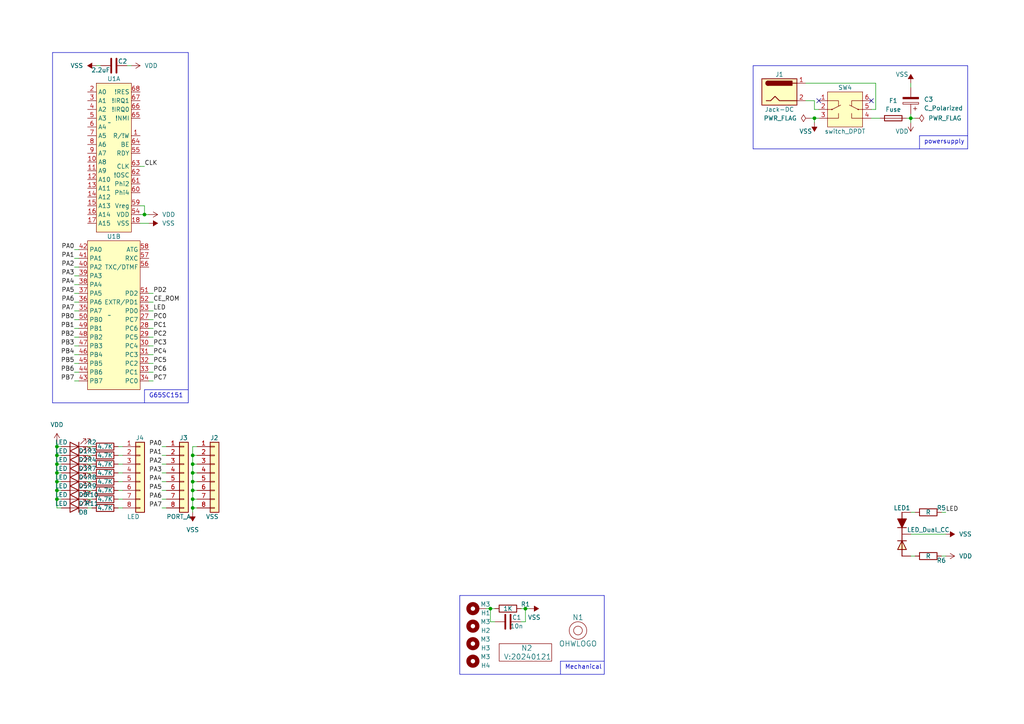
<source format=kicad_sch>
(kicad_sch (version 20230121) (generator eeschema)
  (paper "A4")
  (lib_symbols
    (symbol "Connector:Jack-DC" (pin_names (offset 1.016))
      (property "Reference" "J" (at 0 5.334 0))
      (property "Value" "Jack-DC" (at 0 -5.08 0))
      (symbol "Jack-DC_0_1"
        (rectangle (start -5.08 3.81) (end 5.08 -3.81) (stroke (width 0.254)) (fill (type background)))
        (arc (start -3.302 3.175) (mid -3.9343 2.54) (end -3.302 1.905) (stroke (width 0.254)))
        (arc (start -3.302 3.175) (mid -3.9343 2.54) (end -3.302 1.905) (stroke (width 0.254)) (fill (type outline)))
        (polyline (pts (xy 5.08 2.54) (xy 3.81 2.54)) (stroke (width 0.254)))
        (polyline (pts (xy -3.81 -2.54) (xy -2.54 -2.54) (xy -1.27 -1.27) (xy 0 -2.54) (xy 2.54 -2.54) (xy 5.08 -2.54)) (stroke (width 0.254)))
        (rectangle (start 3.683 3.175) (end -3.302 1.905) (stroke (width 0.254)) (fill (type outline)))
      )
      (symbol "Jack-DC_1_1"
        (pin passive line (at 7.62 2.54 180) (length 2.54) (name "~") (number "1"))
        (pin passive line (at 7.62 -2.54 180) (length 2.54) (name "~") (number "2"))
      )
    )
    (symbol "Connector_Generic:Conn_01x08" (pin_names (offset 1.016) hide)
      (property "Reference" "J" (at 0 10.16 0))
      (property "Value" "Conn_01x08" (at 0 -12.7 0))
      (symbol "Conn_01x08_1_1"
        (rectangle (start -1.27 -10.033) (end 0 -10.287) (stroke (width 0.1524)))
        (rectangle (start -1.27 -7.493) (end 0 -7.747) (stroke (width 0.1524)))
        (rectangle (start -1.27 -4.953) (end 0 -5.207) (stroke (width 0.1524)))
        (rectangle (start -1.27 -2.413) (end 0 -2.667) (stroke (width 0.1524)))
        (rectangle (start -1.27 0.127) (end 0 -0.127) (stroke (width 0.1524)))
        (rectangle (start -1.27 2.667) (end 0 2.413) (stroke (width 0.1524)))
        (rectangle (start -1.27 5.207) (end 0 4.953) (stroke (width 0.1524)))
        (rectangle (start -1.27 7.747) (end 0 7.493) (stroke (width 0.1524)))
        (rectangle (start -1.27 8.89) (end 1.27 -11.43) (stroke (width 0.254)) (fill (type background)))
        (pin passive line (at -5.08 7.62 0) (length 3.81) (name "Pin_1") (number "1"))
        (pin passive line (at -5.08 5.08 0) (length 3.81) (name "Pin_2") (number "2"))
        (pin passive line (at -5.08 2.54 0) (length 3.81) (name "Pin_3") (number "3"))
        (pin passive line (at -5.08 0 0) (length 3.81) (name "Pin_4") (number "4"))
        (pin passive line (at -5.08 -2.54 0) (length 3.81) (name "Pin_5") (number "5"))
        (pin passive line (at -5.08 -5.08 0) (length 3.81) (name "Pin_6") (number "6"))
        (pin passive line (at -5.08 -7.62 0) (length 3.81) (name "Pin_7") (number "7"))
        (pin passive line (at -5.08 -10.16 0) (length 3.81) (name "Pin_8") (number "8"))
      )
    )
    (symbol "Device:C" (pin_numbers hide) (pin_names (offset 0.254))
      (property "Reference" "C" (at 0.635 2.54 0))
      (property "Value" "C" (at 0.635 -2.54 0))
      (symbol "C_0_1"
        (polyline (pts (xy -2.032 -0.762) (xy 2.032 -0.762)) (stroke (width 0.508)))
        (polyline (pts (xy -2.032 0.762) (xy 2.032 0.762)) (stroke (width 0.508)))
      )
      (symbol "C_1_1"
        (pin passive line (at 0 3.81 270) (length 2.794) (name "~") (number "1"))
        (pin passive line (at 0 -3.81 90) (length 2.794) (name "~") (number "2"))
      )
    )
    (symbol "Device:C_Polarized" (pin_numbers hide) (pin_names (offset 0.254))
      (property "Reference" "C" (at 0.635 2.54 0))
      (property "Value" "C_Polarized" (at 0.635 -2.54 0))
      (symbol "C_Polarized_0_1"
        (rectangle (start -2.286 0.508) (end 2.286 1.016))
        (polyline (pts (xy -1.778 2.286) (xy -0.762 2.286)))
        (polyline (pts (xy -1.27 2.794) (xy -1.27 1.778)))
        (rectangle (start 2.286 -0.508) (end -2.286 -1.016) (fill (type outline)))
      )
      (symbol "C_Polarized_1_1"
        (pin passive line (at 0 3.81 270) (length 2.794) (name "~") (number "1"))
        (pin passive line (at 0 -3.81 90) (length 2.794) (name "~") (number "2"))
      )
    )
    (symbol "Device:Fuse" (pin_numbers hide) (pin_names (offset 0))
      (property "Reference" "F" (at 2.032 0 90))
      (property "Value" "Fuse" (at -1.905 0 90))
      (symbol "Fuse_0_1"
        (rectangle (start -0.762 -2.54) (end 0.762 2.54) (stroke (width 0.254)))
        (polyline (pts (xy 0 2.54) (xy 0 -2.54)))
      )
      (symbol "Fuse_1_1"
        (pin passive line (at 0 3.81 270) (length 1.27) (name "~") (number "1"))
        (pin passive line (at 0 -3.81 90) (length 1.27) (name "~") (number "2"))
      )
    )
    (symbol "Device:LED" (pin_numbers hide) (pin_names (offset 1.016) hide)
      (property "Reference" "D" (at 0 2.54 0))
      (property "Value" "LED" (at 0 -2.54 0))
      (symbol "LED_0_1"
        (polyline (pts (xy -1.27 -1.27) (xy -1.27 1.27)) (stroke (width 0.254)))
        (polyline (pts (xy -1.27 0) (xy 1.27 0)))
        (polyline (pts (xy 1.27 -1.27) (xy 1.27 1.27) (xy -1.27 0) (xy 1.27 -1.27)) (stroke (width 0.254)))
        (polyline (pts (xy -3.048 -0.762) (xy -4.572 -2.286) (xy -3.81 -2.286) (xy -4.572 -2.286) (xy -4.572 -1.524)))
        (polyline (pts (xy -1.778 -0.762) (xy -3.302 -2.286) (xy -2.54 -2.286) (xy -3.302 -2.286) (xy -3.302 -1.524)))
      )
      (symbol "LED_1_1"
        (pin passive line (at -3.81 0 0) (length 2.54) (name "K") (number "1"))
        (pin passive line (at 3.81 0 180) (length 2.54) (name "A") (number "2"))
      )
    )
    (symbol "Device:R" (pin_numbers hide) (pin_names (offset 0))
      (property "Reference" "R" (at 2.032 0 90))
      (property "Value" "R" (at 0 0 90))
      (symbol "R_0_1"
        (rectangle (start -1.016 -2.54) (end 1.016 2.54) (stroke (width 0.254)))
      )
      (symbol "R_1_1"
        (pin passive line (at 0 3.81 270) (length 1.27) (name "~") (number "1"))
        (pin passive line (at 0 -3.81 90) (length 1.27) (name "~") (number "2"))
      )
    )
    (symbol "Mechanical:MountingHole" (pin_names (offset 1.016))
      (property "Reference" "H" (at 0 5.08 0))
      (property "Value" "MountingHole" (at 0 3.175 0))
      (symbol "MountingHole_0_1"
        (circle (center 0 0) (radius 1.27) (stroke (width 1.27)))
      )
    )
    (symbol "Mechanical:MountingHole_Pad" (pin_numbers hide) (pin_names (offset 1.016) hide)
      (property "Reference" "H" (at 0 6.35 0))
      (property "Value" "MountingHole_Pad" (at 0 4.445 0))
      (symbol "MountingHole_Pad_0_1"
        (circle (center 0 1.27) (radius 1.27) (stroke (width 1.27)))
      )
      (symbol "MountingHole_Pad_1_1"
        (pin input line (at 0 -2.54 90) (length 2.54) (name "1") (number "1"))
      )
    )
    (symbol "Squantor65XX:G65SC151"
      (property "Reference" "U" (at 0 22.86 0))
      (symbol "G65SC151_1_1"
        (rectangle (start -5.08 11.43) (end 5.08 -31.75) (fill (type background)))
        (pin bidirectional line (at 7.62 -3.81 180) (length 2.54) (name "R/!W") (number "1"))
        (pin bidirectional line (at -7.62 -11.43 0) (length 2.54) (name "A8") (number "10"))
        (pin bidirectional line (at -7.62 -13.97 0) (length 2.54) (name "A9") (number "11"))
        (pin bidirectional line (at -7.62 -16.51 0) (length 2.54) (name "A10") (number "12"))
        (pin bidirectional line (at -7.62 -19.05 0) (length 2.54) (name "A11") (number "13"))
        (pin bidirectional line (at -7.62 -21.59 0) (length 2.54) (name "A12") (number "14"))
        (pin bidirectional line (at -7.62 -24.13 0) (length 2.54) (name "A13") (number "15"))
        (pin bidirectional line (at -7.62 -26.67 0) (length 2.54) (name "A14") (number "16"))
        (pin bidirectional line (at -7.62 -29.21 0) (length 2.54) (name "A15") (number "17"))
        (pin power_in line (at 7.62 -29.21 180) (length 2.54) (name "VSS") (number "18"))
        (pin bidirectional line (at -7.62 8.89 0) (length 2.54) (name "A0") (number "2"))
        (pin bidirectional line (at -7.62 6.35 0) (length 2.54) (name "A1") (number "3"))
        (pin bidirectional line (at -7.62 3.81 0) (length 2.54) (name "A2") (number "4"))
        (pin bidirectional line (at -7.62 1.27 0) (length 2.54) (name "A3") (number "5"))
        (pin power_in line (at 7.62 -26.67 180) (length 2.54) (name "VDD") (number "54"))
        (pin input line (at 7.62 -8.89 180) (length 2.54) (name "RDY") (number "55"))
        (pin power_in line (at 7.62 -24.13 180) (length 2.54) (name "Vreg") (number "59"))
        (pin bidirectional line (at -7.62 -1.27 0) (length 2.54) (name "A4") (number "6"))
        (pin output line (at 7.62 -20.32 180) (length 2.54) (name "Phi4") (number "60"))
        (pin output line (at 7.62 -17.78 180) (length 2.54) (name "Phi2") (number "61"))
        (pin output line (at 7.62 -15.24 180) (length 2.54) (name "!OSC") (number "62"))
        (pin input line (at 7.62 -12.7 180) (length 2.54) (name "CLK") (number "63"))
        (pin input line (at 7.62 -6.35 180) (length 2.54) (name "BE") (number "64"))
        (pin input line (at 7.62 1.27 180) (length 2.54) (name "!NMI") (number "65"))
        (pin bidirectional line (at 7.62 3.81 180) (length 2.54) (name "!IRQ0") (number "66"))
        (pin bidirectional line (at 7.62 6.35 180) (length 2.54) (name "!IRQ1") (number "67"))
        (pin input line (at 7.62 8.89 180) (length 2.54) (name "!RES") (number "68"))
        (pin bidirectional line (at -7.62 -3.81 0) (length 2.54) (name "A5") (number "7"))
        (pin bidirectional line (at -7.62 -6.35 0) (length 2.54) (name "A6") (number "8"))
        (pin bidirectional line (at -7.62 -8.89 0) (length 2.54) (name "A7") (number "9"))
      )
      (symbol "G65SC151_2_1"
        (rectangle (start -7.62 21.59) (end 7.62 -21.59) (fill (type background)))
        (pin bidirectional line (at 10.16 -1.27 180) (length 2.54) (name "PC7") (number "27"))
        (pin bidirectional line (at 10.16 -3.81 180) (length 2.54) (name "PC6") (number "28"))
        (pin bidirectional line (at 10.16 -6.35 180) (length 2.54) (name "PC5") (number "29"))
        (pin bidirectional line (at 10.16 -8.89 180) (length 2.54) (name "PC4") (number "30"))
        (pin bidirectional line (at 10.16 -11.43 180) (length 2.54) (name "PC3") (number "31"))
        (pin bidirectional line (at 10.16 -13.97 180) (length 2.54) (name "PC2") (number "32"))
        (pin bidirectional line (at 10.16 -16.51 180) (length 2.54) (name "PC1") (number "33"))
        (pin bidirectional line (at 10.16 -19.05 180) (length 2.54) (name "PC0") (number "34"))
        (pin bidirectional line (at -10.16 1.27 0) (length 2.54) (name "PA7") (number "35"))
        (pin bidirectional line (at -10.16 3.81 0) (length 2.54) (name "PA6") (number "36"))
        (pin bidirectional line (at -10.16 6.35 0) (length 2.54) (name "PA5") (number "37"))
        (pin bidirectional line (at -10.16 8.89 0) (length 2.54) (name "PA4") (number "38"))
        (pin bidirectional line (at -10.16 11.43 0) (length 2.54) (name "PA3") (number "39"))
        (pin bidirectional line (at -10.16 13.97 0) (length 2.54) (name "PA2") (number "40"))
        (pin bidirectional line (at -10.16 16.51 0) (length 2.54) (name "PA1") (number "41"))
        (pin bidirectional line (at -10.16 19.05 0) (length 2.54) (name "PA0") (number "42"))
        (pin bidirectional line (at -10.16 -19.05 0) (length 2.54) (name "PB7") (number "43"))
        (pin bidirectional line (at -10.16 -16.51 0) (length 2.54) (name "PB6") (number "44"))
        (pin bidirectional line (at -10.16 -13.97 0) (length 2.54) (name "PB5") (number "45"))
        (pin bidirectional line (at -10.16 -11.43 0) (length 2.54) (name "PB4") (number "46"))
        (pin bidirectional line (at -10.16 -8.89 0) (length 2.54) (name "PB3") (number "47"))
        (pin bidirectional line (at -10.16 -6.35 0) (length 2.54) (name "PB2") (number "48"))
        (pin bidirectional line (at -10.16 -3.81 0) (length 2.54) (name "PB1") (number "49"))
        (pin bidirectional line (at -10.16 -1.27 0) (length 2.54) (name "PB0") (number "50"))
        (pin output line (at 10.16 6.35 180) (length 2.54) (name "PD2") (number "51"))
        (pin output line (at 10.16 3.81 180) (length 2.54) (name "EXTR/PD1") (number "52"))
        (pin output line (at 10.16 1.27 180) (length 2.54) (name "PD0") (number "53"))
        (pin input line (at 10.16 13.97 180) (length 2.54) (name "TXC/DTMF") (number "56"))
        (pin input line (at 10.16 16.51 180) (length 2.54) (name "RXC") (number "57"))
        (pin output line (at 10.16 19.05 180) (length 2.54) (name "ATG") (number "58"))
      )
    )
    (symbol "SquantorDevice:LED_Dual_CC" (pin_numbers hide) (pin_names hide)
      (property "Reference" "LED" (at 0 8.89 0))
      (property "Value" "LED_Dual_CC" (at 0 -8.89 0))
      (symbol "LED_Dual_CC_0_1"
        (polyline (pts (xy -1.27 -1.905) (xy 1.27 -1.905)) (stroke (width 0.254)))
        (polyline (pts (xy -1.27 1.905) (xy 1.27 1.905)) (stroke (width 0.254)))
        (polyline (pts (xy 0 6.35) (xy 0 -6.35)) (stroke (width 0.254)))
        (polyline (pts (xy 0 -1.905) (xy -1.27 -4.445) (xy 1.27 -4.445) (xy 0 -1.905)) (stroke (width 0.254)) (fill (type background)))
        (polyline (pts (xy 0 1.905) (xy 1.27 4.445) (xy -1.27 4.445) (xy 0 1.905)) (stroke (width 0.254)) (fill (type outline)))
      )
      (symbol "LED_Dual_CC_1_1"
        (pin passive line (at -2.54 6.35 0) (length 2.54) (name "A1") (number "1"))
        (pin passive line (at -2.54 0 0) (length 2.54) (name "C") (number "2"))
        (pin passive line (at -2.54 -6.35 0) (length 2.54) (name "A2") (number "3"))
      )
    )
    (symbol "SquantorLabels:OHWLOGO" (pin_names (offset 1.016))
      (property "Reference" "N" (at 0 3.81 0))
      (property "Value" "OHWLOGO" (at 0 -3.81 0))
      (symbol "OHWLOGO_0_1"
        (circle (center 0 0) (radius 1.27))
        (circle (center 0 0) (radius 2.54))
      )
    )
    (symbol "SquantorLabels:VYYYYMMDD" (pin_names (offset 1.016))
      (property "Reference" "N" (at 0 2.54 0))
      (property "Value" "VYYYYMMDD" (at 0 0 0))
      (symbol "VYYYYMMDD_0_1"
        (rectangle (start 7.62 -1.27) (end -7.62 3.81))
      )
    )
    (symbol "SquantorSwitches:switch_DPDT" (pin_names hide)
      (property "Reference" "SW" (at 0 12.7 0))
      (property "Value" "switch_DPDT" (at 0 -10.795 0))
      (symbol "switch_DPDT_0_1"
        (rectangle (start -5.08 5.08) (end 5.08 -5.08) (fill (type background)))
        (circle (center -3.81 0) (radius 0.127))
        (polyline (pts (xy 4.445 5.08) (xy 4.445 5.08)))
        (polyline (pts (xy -5.08 -2.54) (xy -1.905 -2.54) (xy -1.905 -1.143)))
        (polyline (pts (xy -5.08 0) (xy -3.81 0) (xy -1.27 1.27)))
        (polyline (pts (xy -5.08 2.54) (xy -1.905 2.54) (xy -1.905 1.016)))
        (polyline (pts (xy 5.08 -2.54) (xy 1.905 -2.54) (xy 1.905 -1.143)))
        (polyline (pts (xy 5.08 0) (xy 3.81 0) (xy 1.27 1.27)))
        (polyline (pts (xy 5.08 2.54) (xy 1.905 2.54) (xy 1.905 1.016)))
        (circle (center 3.81 0) (radius 0.127))
        (rectangle (start 5.08 5.08) (end 5.08 5.08) (fill (type background)))
      )
      (symbol "switch_DPDT_1_1"
        (pin passive line (at -7.62 2.54 0) (length 2.54) (name "SW1_P1") (number "1"))
        (pin passive line (at -7.62 0 0) (length 2.54) (name "SW1_C1") (number "2"))
        (pin passive line (at -7.62 -2.54 0) (length 2.54) (name "SW1_P2") (number "3"))
        (pin passive line (at 7.62 -2.54 180) (length 2.54) (name "SW2_P2") (number "4"))
        (pin passive line (at 7.62 0 180) (length 2.54) (name "SW2_C1") (number "5"))
        (pin passive line (at 7.62 2.54 180) (length 2.54) (name "SW2_P2") (number "6"))
      )
    )
    (symbol "power:PWR_FLAG" (power) (pin_numbers hide) (pin_names (offset 0) hide)
      (property "Value" "PWR_FLAG" (at 0 3.81 0))
      (symbol "PWR_FLAG_0_0"
        (pin power_out line (at 0 0 90) (length 0) (name "pwr") (number "1"))
      )
      (symbol "PWR_FLAG_0_1"
        (polyline (pts (xy 0 0) (xy 0 1.27) (xy -1.016 1.905) (xy 0 2.54) (xy 1.016 1.905) (xy 0 1.27)))
      )
    )
    (symbol "power:VDD" (power) (pin_names (offset 0))
      (property "Value" "VDD" (at 0 3.81 0))
      (symbol "VDD_0_1"
        (polyline (pts (xy -0.762 1.27) (xy 0 2.54)))
        (polyline (pts (xy 0 0) (xy 0 2.54)))
        (polyline (pts (xy 0 2.54) (xy 0.762 1.27)))
      )
      (symbol "VDD_1_1"
        (pin power_in line (at 0 0 90) (length 0) hide (name "VDD") (number "1"))
      )
    )
    (symbol "power:VSS" (power) (pin_names (offset 0))
      (property "Value" "VSS" (at 0 3.81 0))
      (symbol "VSS_0_1"
        (polyline (pts (xy 0 0) (xy 0 2.54)))
        (polyline (pts (xy 0.762 1.27) (xy -0.762 1.27) (xy 0 2.54) (xy 0.762 1.27)) (fill (type outline)))
      )
      (symbol "VSS_1_1"
        (pin power_in line (at 0 0 90) (length 0) hide (name "VSS") (number "1"))
      )
    )
  )
  (junction (at 142.24 176.53))
  (junction (at 16.51 137.16))
  (junction (at 55.88 137.16))
  (junction (at 55.88 142.24))
  (junction (at 16.51 142.24))
  (junction (at 16.51 144.78))
  (junction (at 55.88 132.08))
  (junction (at 16.51 139.7))
  (junction (at 236.22 34.29))
  (junction (at 55.88 144.78))
  (junction (at 55.88 134.62))
  (junction (at 55.88 147.32))
  (junction (at 41.91 62.23))
  (junction (at 16.51 132.08))
  (junction (at 16.51 134.62))
  (junction (at 16.51 129.54))
  (junction (at 264.16 34.29))
  (junction (at 55.88 139.7))
  (junction (at 152.4 176.53))
  (no_connect (at 252.73 29.21))
  (no_connect (at 237.49 29.21))
  (wire (pts (xy 46.99 134.62) (xy 48.26 134.62)))
  (wire (pts (xy 43.18 107.95) (xy 44.45 107.95)))
  (wire (pts (xy 43.18 102.87) (xy 44.45 102.87)))
  (wire (pts (xy 16.51 132.08) (xy 17.78 132.08)))
  (wire (pts (xy 46.99 147.32) (xy 48.26 147.32)))
  (wire (pts (xy 16.51 142.24) (xy 17.78 142.24)))
  (wire (pts (xy 43.18 92.71) (xy 44.45 92.71)))
  (wire (pts (xy 236.22 29.21) (xy 236.22 31.75)))
  (wire (pts (xy 40.64 48.26) (xy 41.91 48.26)))
  (polyline (pts (xy 162.56 195.58) (xy 162.56 191.77)))
  (polyline (pts (xy 280.67 19.05) (xy 218.44 19.05)))
  (wire (pts (xy 16.51 129.54) (xy 16.51 132.08)))
  (wire (pts (xy 55.88 142.24) (xy 57.15 142.24)))
  (wire (pts (xy 273.05 161.29) (xy 274.32 161.29)))
  (wire (pts (xy 55.88 147.32) (xy 57.15 147.32)))
  (polyline (pts (xy 218.44 19.05) (xy 218.44 43.18)))
  (wire (pts (xy 40.64 62.23) (xy 41.91 62.23)))
  (wire (pts (xy 34.29 139.7) (xy 35.56 139.7)))
  (wire (pts (xy 143.51 180.34) (xy 142.24 180.34)))
  (wire (pts (xy 34.29 134.62) (xy 35.56 134.62)))
  (wire (pts (xy 16.51 139.7) (xy 17.78 139.7)))
  (wire (pts (xy 55.88 148.59) (xy 55.88 147.32)))
  (wire (pts (xy 43.18 87.63) (xy 44.45 87.63)))
  (polyline (pts (xy 54.61 15.24) (xy 15.24 15.24)))
  (polyline (pts (xy 175.26 195.58) (xy 175.26 172.72)))
  (wire (pts (xy 41.91 62.23) (xy 41.91 59.69)))
  (wire (pts (xy 43.18 85.09) (xy 44.45 85.09)))
  (wire (pts (xy 16.51 132.08) (xy 16.51 134.62)))
  (wire (pts (xy 233.68 29.21) (xy 236.22 29.21)))
  (wire (pts (xy 21.59 72.39) (xy 22.86 72.39)))
  (wire (pts (xy 55.88 139.7) (xy 55.88 137.16)))
  (wire (pts (xy 142.24 176.53) (xy 143.51 176.53)))
  (polyline (pts (xy 218.44 43.18) (xy 280.67 43.18)))
  (wire (pts (xy 55.88 137.16) (xy 57.15 137.16)))
  (wire (pts (xy 46.99 142.24) (xy 48.26 142.24)))
  (wire (pts (xy 55.88 144.78) (xy 57.15 144.78)))
  (wire (pts (xy 46.99 129.54) (xy 48.26 129.54)))
  (wire (pts (xy 25.4 142.24) (xy 26.67 142.24)))
  (wire (pts (xy 236.22 34.29) (xy 237.49 34.29)))
  (wire (pts (xy 236.22 31.75) (xy 237.49 31.75)))
  (polyline (pts (xy 15.24 116.84) (xy 54.61 116.84)))
  (wire (pts (xy 43.18 90.17) (xy 44.45 90.17)))
  (wire (pts (xy 16.51 147.32) (xy 17.78 147.32)))
  (wire (pts (xy 25.4 132.08) (xy 26.67 132.08)))
  (wire (pts (xy 21.59 87.63) (xy 22.86 87.63)))
  (wire (pts (xy 40.64 64.77) (xy 43.18 64.77)))
  (wire (pts (xy 252.73 34.29) (xy 255.27 34.29)))
  (wire (pts (xy 34.29 129.54) (xy 35.56 129.54)))
  (wire (pts (xy 36.83 19.05) (xy 38.1 19.05)))
  (wire (pts (xy 16.51 134.62) (xy 17.78 134.62)))
  (wire (pts (xy 55.88 132.08) (xy 55.88 129.54)))
  (wire (pts (xy 264.16 148.59) (xy 265.43 148.59)))
  (wire (pts (xy 21.59 90.17) (xy 22.86 90.17)))
  (wire (pts (xy 152.4 180.34) (xy 152.4 176.53)))
  (wire (pts (xy 16.51 142.24) (xy 16.51 144.78)))
  (wire (pts (xy 21.59 80.01) (xy 22.86 80.01)))
  (wire (pts (xy 16.51 128.27) (xy 16.51 129.54)))
  (wire (pts (xy 21.59 97.79) (xy 22.86 97.79)))
  (wire (pts (xy 21.59 77.47) (xy 22.86 77.47)))
  (wire (pts (xy 274.32 148.59) (xy 273.05 148.59)))
  (wire (pts (xy 264.16 33.02) (xy 264.16 34.29)))
  (wire (pts (xy 43.18 95.25) (xy 44.45 95.25)))
  (wire (pts (xy 16.51 137.16) (xy 17.78 137.16)))
  (wire (pts (xy 25.4 144.78) (xy 26.67 144.78)))
  (polyline (pts (xy 162.56 191.77) (xy 175.26 191.77)))
  (wire (pts (xy 41.91 62.23) (xy 43.18 62.23)))
  (wire (pts (xy 264.16 154.94) (xy 274.32 154.94)))
  (wire (pts (xy 25.4 147.32) (xy 26.67 147.32)))
  (wire (pts (xy 142.24 180.34) (xy 142.24 176.53)))
  (wire (pts (xy 34.29 132.08) (xy 35.56 132.08)))
  (wire (pts (xy 27.94 19.05) (xy 29.21 19.05)))
  (wire (pts (xy 34.29 147.32) (xy 35.56 147.32)))
  (wire (pts (xy 264.16 161.29) (xy 265.43 161.29)))
  (wire (pts (xy 264.16 34.29) (xy 264.16 35.56)))
  (polyline (pts (xy 133.35 172.72) (xy 133.35 195.58)))
  (wire (pts (xy 25.4 134.62) (xy 26.67 134.62)))
  (wire (pts (xy 16.51 129.54) (xy 17.78 129.54)))
  (polyline (pts (xy 266.7 39.37) (xy 266.7 43.18)))
  (wire (pts (xy 43.18 100.33) (xy 44.45 100.33)))
  (wire (pts (xy 34.29 137.16) (xy 35.56 137.16)))
  (wire (pts (xy 25.4 137.16) (xy 26.67 137.16)))
  (wire (pts (xy 41.91 59.69) (xy 40.64 59.69)))
  (wire (pts (xy 16.51 137.16) (xy 16.51 139.7)))
  (wire (pts (xy 55.88 134.62) (xy 55.88 132.08)))
  (wire (pts (xy 264.16 34.29) (xy 265.43 34.29)))
  (wire (pts (xy 140.97 176.53) (xy 142.24 176.53)))
  (wire (pts (xy 55.88 139.7) (xy 57.15 139.7)))
  (wire (pts (xy 34.29 142.24) (xy 35.56 142.24)))
  (wire (pts (xy 21.59 74.93) (xy 22.86 74.93)))
  (wire (pts (xy 55.88 132.08) (xy 57.15 132.08)))
  (wire (pts (xy 55.88 137.16) (xy 55.88 134.62)))
  (wire (pts (xy 21.59 110.49) (xy 22.86 110.49)))
  (wire (pts (xy 46.99 132.08) (xy 48.26 132.08)))
  (polyline (pts (xy 54.61 113.03) (xy 41.91 113.03)))
  (polyline (pts (xy 41.91 113.03) (xy 41.91 116.84)))
  (wire (pts (xy 254 31.75) (xy 252.73 31.75)))
  (wire (pts (xy 262.89 34.29) (xy 264.16 34.29)))
  (polyline (pts (xy 175.26 172.72) (xy 133.35 172.72)))
  (wire (pts (xy 16.51 144.78) (xy 16.51 147.32)))
  (wire (pts (xy 16.51 134.62) (xy 16.51 137.16)))
  (wire (pts (xy 46.99 139.7) (xy 48.26 139.7)))
  (wire (pts (xy 21.59 107.95) (xy 22.86 107.95)))
  (wire (pts (xy 254 24.13) (xy 254 31.75)))
  (wire (pts (xy 43.18 110.49) (xy 44.45 110.49)))
  (wire (pts (xy 16.51 144.78) (xy 17.78 144.78)))
  (wire (pts (xy 25.4 139.7) (xy 26.67 139.7)))
  (wire (pts (xy 21.59 100.33) (xy 22.86 100.33)))
  (wire (pts (xy 234.95 34.29) (xy 236.22 34.29)))
  (wire (pts (xy 21.59 105.41) (xy 22.86 105.41)))
  (wire (pts (xy 55.88 142.24) (xy 55.88 139.7)))
  (wire (pts (xy 233.68 24.13) (xy 254 24.13)))
  (polyline (pts (xy 54.61 116.84) (xy 54.61 15.24)))
  (polyline (pts (xy 133.35 195.58) (xy 175.26 195.58)))
  (wire (pts (xy 21.59 85.09) (xy 22.86 85.09)))
  (wire (pts (xy 55.88 147.32) (xy 55.88 144.78)))
  (polyline (pts (xy 15.24 15.24) (xy 15.24 116.84)))
  (wire (pts (xy 21.59 92.71) (xy 22.86 92.71)))
  (wire (pts (xy 55.88 144.78) (xy 55.88 142.24)))
  (wire (pts (xy 25.4 129.54) (xy 26.67 129.54)))
  (wire (pts (xy 46.99 137.16) (xy 48.26 137.16)))
  (wire (pts (xy 34.29 144.78) (xy 35.56 144.78)))
  (wire (pts (xy 55.88 134.62) (xy 57.15 134.62)))
  (polyline (pts (xy 280.67 43.18) (xy 280.67 19.05)))
  (wire (pts (xy 151.13 180.34) (xy 152.4 180.34)))
  (wire (pts (xy 21.59 95.25) (xy 22.86 95.25)))
  (polyline (pts (xy 280.67 39.37) (xy 266.7 39.37)))
  (wire (pts (xy 16.51 139.7) (xy 16.51 142.24)))
  (wire (pts (xy 43.18 97.79) (xy 44.45 97.79)))
  (wire (pts (xy 236.22 35.56) (xy 236.22 34.29)))
  (wire (pts (xy 55.88 129.54) (xy 57.15 129.54)))
  (wire (pts (xy 46.99 144.78) (xy 48.26 144.78)))
  (wire (pts (xy 264.16 24.13) (xy 264.16 25.4)))
  (wire (pts (xy 152.4 176.53) (xy 153.67 176.53)))
  (wire (pts (xy 151.13 176.53) (xy 152.4 176.53)))
  (wire (pts (xy 21.59 102.87) (xy 22.86 102.87)))
  (wire (pts (xy 21.59 82.55) (xy 22.86 82.55)))
  (wire (pts (xy 43.18 105.41) (xy 44.45 105.41)))
  (text "Mechanical" (at 163.83 194.31 0) (effects (font (size 1.27 1.27)) (justify left bottom)))
  (text "G65SC151" (at 43.18 115.57 0) (effects (font (size 1.27 1.27)) (justify left bottom)))
  (text "powersupply" (at 267.97 41.91 0) (effects (font (size 1.27 1.27)) (justify left bottom)))
  (label "PB3" (at 21.59 100.33 180))
  (label "PA4" (at 46.99 139.7 180))
  (label "PC7" (at 44.45 110.49 0))
  (label "PB5" (at 21.59 105.41 180))
  (label "PA0" (at 46.99 129.54 180))
  (label "PC5" (at 44.45 105.41 0))
  (label "PB0" (at 21.59 92.71 180))
  (label "PB1" (at 21.59 95.25 180))
  (label "PA5" (at 46.99 142.24 180))
  (label "LED" (at 44.45 90.17 0))
  (label "PC2" (at 44.45 97.79 0))
  (label "PA1" (at 46.99 132.08 180))
  (label "PC3" (at 44.45 100.33 0))
  (label "PA0" (at 21.59 72.39 180))
  (label "PC1" (at 44.45 95.25 0))
  (label "PA6" (at 21.59 87.63 180))
  (label "PA7" (at 46.99 147.32 180))
  (label "PA1" (at 21.59 74.93 180))
  (label "PB4" (at 21.59 102.87 180))
  (label "PA2" (at 46.99 134.62 180))
  (label "PA7" (at 21.59 90.17 180))
  (label "PC4" (at 44.45 102.87 0))
  (label "PA3" (at 46.99 137.16 180))
  (label "PD2" (at 44.45 85.09 0))
  (label "LED" (at 274.32 148.59 0))
  (label "PA6" (at 46.99 144.78 180))
  (label "PB6" (at 21.59 107.95 180))
  (label "PB2" (at 21.59 97.79 180))
  (label "PA4" (at 21.59 82.55 180))
  (label "PC6" (at 44.45 107.95 0))
  (label "CLK" (at 41.91 48.26 0))
  (label "PA2" (at 21.59 77.47 180))
  (label "PA5" (at 21.59 85.09 180))
  (label "PC0" (at 44.45 92.71 0))
  (label "CE_ROM" (at 44.45 87.63 0))
  (label "PB7" (at 21.59 110.49 180))
  (label "PA3" (at 21.59 80.01 180))
  (symbol (lib_id "SquantorLabels:OHWLOGO") (at 167.64 182.88 0) (unit 1)
    (property "Reference" "N1" (at 167.64 179.07 0) (effects (font (size 1.524 1.524))))
    (property "Value" "OHWLOGO" (at 167.64 186.69 0) (effects (font (size 1.524 1.524))))
    (property "Footprint" "Symbol:OSHW-Symbol_6.7x6mm_SilkScreen" (effects hide))
  )
  (symbol (lib_id "SquantorLabels:VYYYYMMDD") (at 152.4 190.5 0) (unit 1)
    (property "Reference" "N2" (at 151.13 187.96 0) (effects (font (size 1.524 1.524)) (justify left)))
    (property "Value" "V:20240121" (at 146.05 190.5 0) (effects (font (size 1.524 1.524)) (justify left)))
    (property "Footprint" "SquantorLabels:Label_Generic" (effects hide))
  )
  (symbol (lib_id "Mechanical:MountingHole_Pad") (at 138.43 176.53 90) (unit 1)
    (property "Reference" "H1" (at 142.24 177.8 90) (effects (justify left)))
    (property "Value" "M3" (at 142.24 175.26 90) (effects (justify left)))
    (property "Footprint" "SquantorPcbOutline:MountingHole_3.2mm_M3_Pad_Via" (effects hide))
  )
  (symbol (lib_id "Mechanical:MountingHole") (at 137.16 181.61 90) (unit 1)
    (property "Reference" "H2" (at 142.24 182.88 90) (effects (justify left)))
    (property "Value" "M3" (at 142.24 180.34 90) (effects (justify left)))
    (property "Footprint" "SquantorPcbOutline:MountingHole_3.2mm_M3_Pad_Via" (effects hide))
  )
  (symbol (lib_id "Mechanical:MountingHole") (at 137.16 186.69 90) (unit 1)
    (property "Reference" "H3" (at 142.24 187.96 90) (effects (justify left)))
    (property "Value" "M3" (at 142.24 185.42 90) (effects (justify left)))
    (property "Footprint" "SquantorPcbOutline:MountingHole_3.2mm_M3_Pad_Via" (effects hide))
  )
  (symbol (lib_id "Mechanical:MountingHole") (at 137.16 191.77 90) (unit 1)
    (property "Reference" "H4" (at 142.24 193.04 90) (effects (justify left)))
    (property "Value" "M3" (at 142.24 190.5 90) (effects (justify left)))
    (property "Footprint" "SquantorPcbOutline:MountingHole_3.2mm_M3_Pad_Via" (effects hide))
  )
  (symbol (lib_id "Device:R") (at 30.48 132.08 90) (unit 1)
    (property "Reference" "R3" (at 26.67 130.81 90))
    (property "Value" "4.7K" (at 30.48 132.08 90))
    (property "Footprint" "SquantorResistor:R_0603_hand" (effects hide))
  )
  (symbol (lib_id "Device:R") (at 30.48 139.7 90) (unit 1)
    (property "Reference" "R8" (at 26.67 138.43 90))
    (property "Value" "4.7K" (at 30.48 139.7 90))
    (property "Footprint" "SquantorResistor:R_0603_hand" (effects hide))
  )
  (symbol (lib_id "Device:LED") (at 21.59 134.62 180) (unit 1)
    (property "Reference" "D3" (at 24.13 135.89 0))
    (property "Value" "LED" (at 17.78 133.35 0))
    (property "Footprint" "SquantorDiodes:LED_0603_hand" (effects hide))
  )
  (symbol (lib_id "Device:LED") (at 21.59 137.16 180) (unit 1)
    (property "Reference" "D4" (at 24.13 138.43 0))
    (property "Value" "LED" (at 17.78 135.89 0))
    (property "Footprint" "SquantorDiodes:LED_0603_hand" (effects hide))
  )
  (symbol (lib_id "power:VSS") (at 27.94 19.05 90) (unit 1)
    (property "Reference" "#PWR04" (effects hide))
    (property "Value" "VSS" (at 24.13 19.05 90) (effects (justify left)))
  )
  (symbol (lib_id "Device:LED") (at 21.59 142.24 180) (unit 1)
    (property "Reference" "D6" (at 24.13 143.51 0))
    (property "Value" "LED" (at 17.78 140.97 0))
    (property "Footprint" "SquantorDiodes:LED_0603_hand" (effects hide))
  )
  (symbol (lib_id "power:VSS") (at 55.88 148.59 180) (unit 1)
    (property "Reference" "#PWR011" (effects hide))
    (property "Value" "VSS" (at 55.88 153.67 0))
  )
  (symbol (lib_id "Device:C") (at 33.02 19.05 90) (unit 1)
    (property "Reference" "C2" (at 35.56 17.78 90))
    (property "Value" "2.2uF" (at 29.21 20.32 90))
    (property "Footprint" "SquantorRcl:C_0805+0603" (effects hide))
  )
  (symbol (lib_id "Device:R") (at 30.48 142.24 90) (unit 1)
    (property "Reference" "R9" (at 26.67 140.97 90))
    (property "Value" "4.7K" (at 30.48 142.24 90))
    (property "Footprint" "SquantorResistor:R_0603_hand" (effects hide))
  )
  (symbol (lib_id "power:VSS") (at 43.18 64.77 270) (unit 1)
    (property "Reference" "#PWR01" (effects hide))
    (property "Value" "VSS" (at 46.99 64.77 90) (effects (justify left)))
  )
  (symbol (lib_id "Device:LED") (at 21.59 129.54 180) (unit 1)
    (property "Reference" "D1" (at 24.13 130.81 0))
    (property "Value" "LED" (at 17.78 128.27 0))
    (property "Footprint" "SquantorDiodes:LED_0603_hand" (effects hide))
  )
  (symbol (lib_id "power:VDD") (at 43.18 62.23 270) (unit 1)
    (property "Reference" "#PWR02" (effects hide))
    (property "Value" "VDD" (at 46.99 62.23 90) (effects (justify left)))
  )
  (symbol (lib_id "Connector_Generic:Conn_01x08") (at 40.64 137.16 0) (unit 1)
    (property "Reference" "J4" (at 39.37 127 0) (effects (justify left)))
    (property "Value" "LED" (at 36.83 149.86 0) (effects (justify left)))
    (property "Footprint" "SquantorConnectors:Header-0254-1X08-H010" (effects hide))
  )
  (symbol (lib_id "Device:C") (at 147.32 180.34 90) (unit 1)
    (property "Reference" "C1" (at 149.86 179.07 90))
    (property "Value" "10n" (at 149.86 181.61 90))
    (property "Footprint" "SquantorRcl:C_0805+0603" (effects hide))
  )
  (symbol (lib_id "power:VDD") (at 274.32 161.29 270) (unit 1)
    (property "Reference" "#PWR09" (effects hide))
    (property "Value" "VDD" (at 278.13 161.29 90) (effects (justify left)))
  )
  (symbol (lib_id "Device:C_Polarized") (at 264.16 29.21 180) (unit 1)
    (property "Reference" "C3" (at 267.97 28.829 0) (effects (justify right)))
    (property "Value" "C_Polarized" (at 267.97 31.369 0) (effects (justify right)))
    (property "Footprint" "SquantorCapacitor:C-050-100-elco" (effects hide))
  )
  (symbol (lib_id "Squantor65XX:G65SC151") (at 33.02 35.56 0) (unit 1)
    (property "Reference" "U1" (at 33.02 22.86 0))
    (property "Value" "~" (at 31.75 35.56 0))
    (property "Footprint" "Package_LCC:PLCC-68_THT-Socket" (effects hide))
  )
  (symbol (lib_id "power:PWR_FLAG") (at 265.43 34.29 270) (unit 1)
    (property "Reference" "#FLG02" (effects hide))
    (property "Value" "PWR_FLAG" (at 269.24 34.29 90) (effects (justify left)))
  )
  (symbol (lib_id "power:VSS") (at 274.32 154.94 270) (unit 1)
    (property "Reference" "#PWR08" (effects hide))
    (property "Value" "VSS" (at 278.13 154.94 90) (effects (justify left)))
  )
  (symbol (lib_id "Device:R") (at 30.48 147.32 90) (unit 1)
    (property "Reference" "R11" (at 26.67 146.05 90))
    (property "Value" "4.7K" (at 30.48 147.32 90))
    (property "Footprint" "SquantorResistor:R_0603_hand" (effects hide))
  )
  (symbol (lib_id "Device:LED") (at 21.59 139.7 180) (unit 1)
    (property "Reference" "D5" (at 24.13 140.97 0))
    (property "Value" "LED" (at 17.78 138.43 0))
    (property "Footprint" "SquantorDiodes:LED_0603_hand" (effects hide))
  )
  (symbol (lib_id "Device:LED") (at 21.59 132.08 180) (unit 1)
    (property "Reference" "D2" (at 24.13 133.35 0))
    (property "Value" "LED" (at 17.78 130.81 0))
    (property "Footprint" "SquantorDiodes:LED_0603_hand" (effects hide))
  )
  (symbol (lib_id "power:VSS") (at 153.67 176.53 270) (unit 1)
    (property "Reference" "#PWR010" (effects hide))
    (property "Value" "VSS" (at 154.94 179.07 90))
  )
  (symbol (lib_id "SquantorDevice:LED_Dual_CC") (at 261.62 154.94 0) (mirror y) (unit 1)
    (property "Reference" "LED1" (at 261.62 147.32 0))
    (property "Value" "LED_Dual_CC" (at 269.24 153.67 0))
    (property "Footprint" "SquantorDiodes:LED_DUAL_TH245_90deg" (effects hide))
  )
  (symbol (lib_id "Device:R") (at 30.48 144.78 90) (unit 1)
    (property "Reference" "R10" (at 26.67 143.51 90))
    (property "Value" "4.7K" (at 30.48 144.78 90))
    (property "Footprint" "SquantorResistor:R_0603_hand" (effects hide))
  )
  (symbol (lib_id "Device:R") (at 269.24 148.59 90) (unit 1)
    (property "Reference" "R5" (at 273.05 147.32 90))
    (property "Value" "R" (at 269.24 148.59 90))
    (property "Footprint" "SquantorRcl:R_0603_hand" (effects hide))
  )
  (symbol (lib_id "Device:Fuse") (at 259.08 34.29 90) (unit 1)
    (property "Reference" "F1" (at 259.08 29.21 90))
    (property "Value" "Fuse" (at 259.08 31.75 90))
    (property "Footprint" "Fuse:Fuse_BelFuse_0ZRE0012FF_L8.3mm_W3.8mm" (effects hide))
  )
  (symbol (lib_id "Device:LED") (at 21.59 147.32 180) (unit 1)
    (property "Reference" "D8" (at 24.13 148.59 0))
    (property "Value" "LED" (at 17.78 146.05 0))
    (property "Footprint" "SquantorDiodes:LED_0603_hand" (effects hide))
  )
  (symbol (lib_id "Device:R") (at 269.24 161.29 90) (unit 1)
    (property "Reference" "R6" (at 273.05 162.56 90))
    (property "Value" "R" (at 269.24 161.29 90))
    (property "Footprint" "SquantorRcl:R_0603_hand" (effects hide))
  )
  (symbol (lib_id "power:VDD") (at 16.51 128.27 0) (unit 1)
    (property "Reference" "#PWR012" (effects hide))
    (property "Value" "VDD" (at 16.51 123.19 0))
  )
  (symbol (lib_id "power:VDD") (at 38.1 19.05 270) (unit 1)
    (property "Reference" "#PWR03" (effects hide))
    (property "Value" "VDD" (at 41.91 19.05 90) (effects (justify left)))
  )
  (symbol (lib_id "Device:R") (at 30.48 129.54 90) (unit 1)
    (property "Reference" "R2" (at 26.67 128.27 90))
    (property "Value" "4.7K" (at 30.48 129.54 90))
    (property "Footprint" "SquantorResistor:R_0603_hand" (effects hide))
  )
  (symbol (lib_id "Device:R") (at 30.48 137.16 90) (unit 1)
    (property "Reference" "R7" (at 26.67 135.89 90))
    (property "Value" "4.7K" (at 30.48 137.16 90))
    (property "Footprint" "SquantorResistor:R_0603_hand" (effects hide))
  )
  (symbol (lib_id "power:PWR_FLAG") (at 234.95 34.29 90) (unit 1)
    (property "Reference" "#FLG03" (effects hide))
    (property "Value" "PWR_FLAG" (at 231.14 34.29 90) (effects (justify left)))
  )
  (symbol (lib_id "Squantor65XX:G65SC151") (at 33.02 91.44 0) (unit 2)
    (property "Reference" "U1" (at 33.02 68.58 0))
    (property "Value" "~" (at 31.75 91.44 0))
    (property "Footprint" "Package_LCC:PLCC-68_THT-Socket" (effects hide))
  )
  (symbol (lib_id "power:VSS") (at 236.22 35.56 180) (unit 1)
    (property "Reference" "#PWR05" (effects hide))
    (property "Value" "VSS" (at 233.68 38.1 0))
  )
  (symbol (lib_id "power:VDD") (at 264.16 35.56 180) (unit 1)
    (property "Reference" "#PWR07" (effects hide))
    (property "Value" "VDD" (at 261.62 38.1 0))
  )
  (symbol (lib_id "Device:LED") (at 21.59 144.78 180) (unit 1)
    (property "Reference" "D7" (at 24.13 146.05 0))
    (property "Value" "LED" (at 17.78 143.51 0))
    (property "Footprint" "SquantorDiodes:LED_0603_hand" (effects hide))
  )
  (symbol (lib_id "Connector:Jack-DC") (at 226.06 26.67 0) (unit 1)
    (property "Reference" "J1" (at 226.06 21.59 0))
    (property "Value" "Jack-DC" (at 226.06 31.75 0))
    (property "Footprint" "SquantorConnectors:BarrelJack_Horizontal_Holed" (effects hide))
  )
  (symbol (lib_id "SquantorSwitches:switch_DPDT") (at 245.11 31.75 0) (unit 1)
    (property "Reference" "SW4" (at 245.11 25.4 0))
    (property "Value" "switch_DPDT" (at 245.11 38.1 0))
    (property "Footprint" "SquantorSwitches:PS-22F02" (effects hide))
  )
  (symbol (lib_id "Device:R") (at 147.32 176.53 90) (unit 1)
    (property "Reference" "R1" (at 152.4 175.26 90))
    (property "Value" "1K" (at 147.32 176.53 90))
    (property "Footprint" "SquantorRcl:R_0805+0603" (effects hide))
  )
  (symbol (lib_id "Device:R") (at 30.48 134.62 90) (unit 1)
    (property "Reference" "R4" (at 26.67 133.35 90))
    (property "Value" "4.7K" (at 30.48 134.62 90))
    (property "Footprint" "SquantorResistor:R_0603_hand" (effects hide))
  )
  (symbol (lib_id "Connector_Generic:Conn_01x08") (at 62.23 137.16 0) (unit 1)
    (property "Reference" "J2" (at 60.96 127 0) (effects (justify left)))
    (property "Value" "VSS" (at 59.69 149.86 0) (effects (justify left)))
    (property "Footprint" "SquantorConnectors:Header-0254-1X08-H010" (effects hide))
  )
  (symbol (lib_id "Connector_Generic:Conn_01x08") (at 53.34 137.16 0) (unit 1)
    (property "Reference" "J3" (at 52.07 127 0) (effects (justify left)))
    (property "Value" "PORT_A" (at 48.26 149.86 0) (effects (justify left)))
    (property "Footprint" "SquantorConnectors:Header-0254-1X08-H010" (effects hide))
  )
  (symbol (lib_id "power:VSS") (at 264.16 24.13 0) (unit 1)
    (property "Reference" "#PWR06" (effects hide))
    (property "Value" "VSS" (at 261.62 21.59 0))
  )
)
</source>
